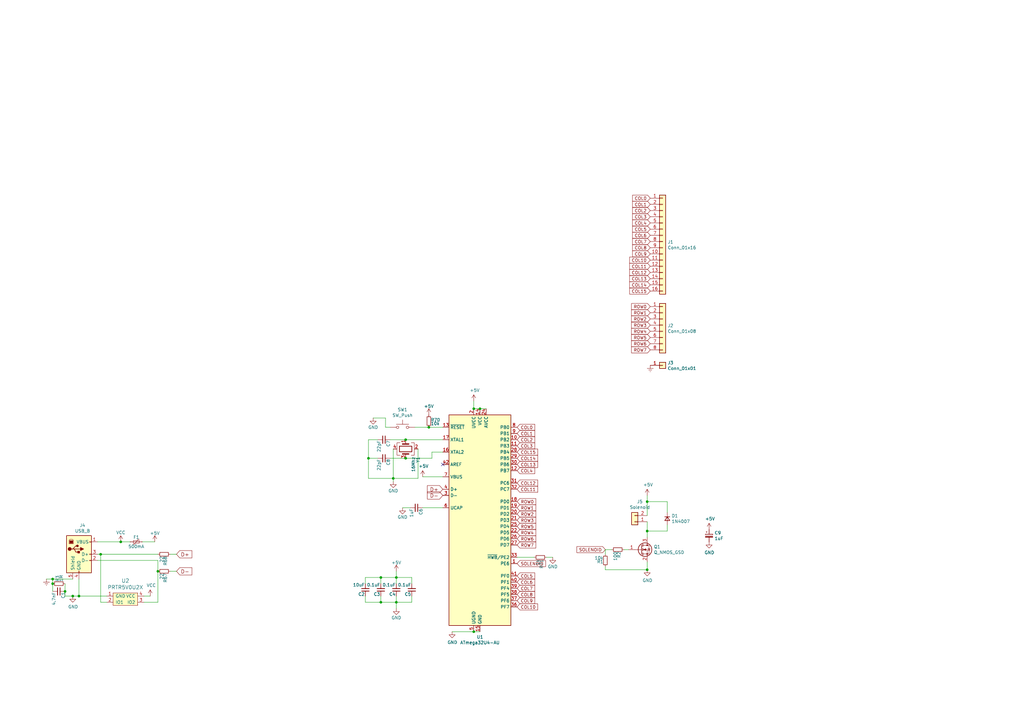
<source format=kicad_sch>
(kicad_sch (version 20230121) (generator eeschema)
  (paper "A3")
  (lib_symbols
    (symbol "Connector_Generic:Conn_01x01" (pin_names (offset 1.016) hide)
      (property "Reference" "J" (at 0 2.54 0))
      (property "Value" "Conn_01x01" (at 0 -2.54 0))
      (symbol "Conn_01x01_1_1"
        (rectangle (start -1.27 0.127) (end 0 -0.127) (stroke (width 0.1524)))
        (rectangle (start -1.27 1.27) (end 1.27 -1.27) (stroke (width 0.254)) (fill (type background)))
        (pin passive line (at -5.08 0 0) (length 3.81) (name "Pin_1") (number "1"))
      )
    )
    (symbol "Connector_Generic:Conn_01x02" (pin_names (offset 1.016) hide)
      (property "Reference" "J" (at 0 2.54 0))
      (property "Value" "Conn_01x02" (at 0 -5.08 0))
      (symbol "Conn_01x02_1_1"
        (rectangle (start -1.27 -2.413) (end 0 -2.667) (stroke (width 0.1524)))
        (rectangle (start -1.27 0.127) (end 0 -0.127) (stroke (width 0.1524)))
        (rectangle (start -1.27 1.27) (end 1.27 -3.81) (stroke (width 0.254)) (fill (type background)))
        (pin passive line (at -5.08 0 0) (length 3.81) (name "Pin_1") (number "1"))
        (pin passive line (at -5.08 -2.54 0) (length 3.81) (name "Pin_2") (number "2"))
      )
    )
    (symbol "Connector_Generic:Conn_01x08" (pin_names (offset 1.016) hide)
      (property "Reference" "J" (at 0 10.16 0))
      (property "Value" "Conn_01x08" (at 0 -12.7 0))
      (symbol "Conn_01x08_1_1"
        (rectangle (start -1.27 -10.033) (end 0 -10.287) (stroke (width 0.1524)))
        (rectangle (start -1.27 -7.493) (end 0 -7.747) (stroke (width 0.1524)))
        (rectangle (start -1.27 -4.953) (end 0 -5.207) (stroke (width 0.1524)))
        (rectangle (start -1.27 -2.413) (end 0 -2.667) (stroke (width 0.1524)))
        (rectangle (start -1.27 0.127) (end 0 -0.127) (stroke (width 0.1524)))
        (rectangle (start -1.27 2.667) (end 0 2.413) (stroke (width 0.1524)))
        (rectangle (start -1.27 5.207) (end 0 4.953) (stroke (width 0.1524)))
        (rectangle (start -1.27 7.747) (end 0 7.493) (stroke (width 0.1524)))
        (rectangle (start -1.27 8.89) (end 1.27 -11.43) (stroke (width 0.254)) (fill (type background)))
        (pin passive line (at -5.08 7.62 0) (length 3.81) (name "Pin_1") (number "1"))
        (pin passive line (at -5.08 5.08 0) (length 3.81) (name "Pin_2") (number "2"))
        (pin passive line (at -5.08 2.54 0) (length 3.81) (name "Pin_3") (number "3"))
        (pin passive line (at -5.08 0 0) (length 3.81) (name "Pin_4") (number "4"))
        (pin passive line (at -5.08 -2.54 0) (length 3.81) (name "Pin_5") (number "5"))
        (pin passive line (at -5.08 -5.08 0) (length 3.81) (name "Pin_6") (number "6"))
        (pin passive line (at -5.08 -7.62 0) (length 3.81) (name "Pin_7") (number "7"))
        (pin passive line (at -5.08 -10.16 0) (length 3.81) (name "Pin_8") (number "8"))
      )
    )
    (symbol "Connector_Generic:Conn_01x16" (pin_names (offset 1.016) hide)
      (property "Reference" "J" (at 0 20.32 0))
      (property "Value" "Conn_01x16" (at 0 -22.86 0))
      (symbol "Conn_01x16_1_1"
        (rectangle (start -1.27 -20.193) (end 0 -20.447) (stroke (width 0.1524)))
        (rectangle (start -1.27 -17.653) (end 0 -17.907) (stroke (width 0.1524)))
        (rectangle (start -1.27 -15.113) (end 0 -15.367) (stroke (width 0.1524)))
        (rectangle (start -1.27 -12.573) (end 0 -12.827) (stroke (width 0.1524)))
        (rectangle (start -1.27 -10.033) (end 0 -10.287) (stroke (width 0.1524)))
        (rectangle (start -1.27 -7.493) (end 0 -7.747) (stroke (width 0.1524)))
        (rectangle (start -1.27 -4.953) (end 0 -5.207) (stroke (width 0.1524)))
        (rectangle (start -1.27 -2.413) (end 0 -2.667) (stroke (width 0.1524)))
        (rectangle (start -1.27 0.127) (end 0 -0.127) (stroke (width 0.1524)))
        (rectangle (start -1.27 2.667) (end 0 2.413) (stroke (width 0.1524)))
        (rectangle (start -1.27 5.207) (end 0 4.953) (stroke (width 0.1524)))
        (rectangle (start -1.27 7.747) (end 0 7.493) (stroke (width 0.1524)))
        (rectangle (start -1.27 10.287) (end 0 10.033) (stroke (width 0.1524)))
        (rectangle (start -1.27 12.827) (end 0 12.573) (stroke (width 0.1524)))
        (rectangle (start -1.27 15.367) (end 0 15.113) (stroke (width 0.1524)))
        (rectangle (start -1.27 17.907) (end 0 17.653) (stroke (width 0.1524)))
        (rectangle (start -1.27 19.05) (end 1.27 -21.59) (stroke (width 0.254)) (fill (type background)))
        (pin passive line (at -5.08 17.78 0) (length 3.81) (name "Pin_1") (number "1"))
        (pin passive line (at -5.08 -5.08 0) (length 3.81) (name "Pin_10") (number "10"))
        (pin passive line (at -5.08 -7.62 0) (length 3.81) (name "Pin_11") (number "11"))
        (pin passive line (at -5.08 -10.16 0) (length 3.81) (name "Pin_12") (number "12"))
        (pin passive line (at -5.08 -12.7 0) (length 3.81) (name "Pin_13") (number "13"))
        (pin passive line (at -5.08 -15.24 0) (length 3.81) (name "Pin_14") (number "14"))
        (pin passive line (at -5.08 -17.78 0) (length 3.81) (name "Pin_15") (number "15"))
        (pin passive line (at -5.08 -20.32 0) (length 3.81) (name "Pin_16") (number "16"))
        (pin passive line (at -5.08 15.24 0) (length 3.81) (name "Pin_2") (number "2"))
        (pin passive line (at -5.08 12.7 0) (length 3.81) (name "Pin_3") (number "3"))
        (pin passive line (at -5.08 10.16 0) (length 3.81) (name "Pin_4") (number "4"))
        (pin passive line (at -5.08 7.62 0) (length 3.81) (name "Pin_5") (number "5"))
        (pin passive line (at -5.08 5.08 0) (length 3.81) (name "Pin_6") (number "6"))
        (pin passive line (at -5.08 2.54 0) (length 3.81) (name "Pin_7") (number "7"))
        (pin passive line (at -5.08 0 0) (length 3.81) (name "Pin_8") (number "8"))
        (pin passive line (at -5.08 -2.54 0) (length 3.81) (name "Pin_9") (number "9"))
      )
    )
    (symbol "Device:C_Small" (pin_numbers hide) (pin_names (offset 0.254) hide)
      (property "Reference" "C" (at 0.254 1.778 0))
      (property "Value" "C_Small" (at 0.254 -2.032 0))
      (symbol "C_Small_0_1"
        (polyline (pts (xy -1.524 -0.508) (xy 1.524 -0.508)) (stroke (width 0.3302)))
        (polyline (pts (xy -1.524 0.508) (xy 1.524 0.508)) (stroke (width 0.3048)))
      )
      (symbol "C_Small_1_1"
        (pin passive line (at 0 2.54 270) (length 2.032) (name "~") (number "1"))
        (pin passive line (at 0 -2.54 90) (length 2.032) (name "~") (number "2"))
      )
    )
    (symbol "Device:Crystal_GND24" (pin_names (offset 1.016) hide)
      (property "Reference" "Y" (at 3.175 5.08 0))
      (property "Value" "Crystal_GND24" (at 3.175 3.175 0))
      (symbol "Crystal_GND24_0_1"
        (rectangle (start -1.143 2.54) (end 1.143 -2.54) (stroke (width 0.3048)))
        (polyline (pts (xy -2.54 0) (xy -2.032 0)))
        (polyline (pts (xy -2.032 -1.27) (xy -2.032 1.27)) (stroke (width 0.508)))
        (polyline (pts (xy 0 -3.81) (xy 0 -3.556)))
        (polyline (pts (xy 0 3.556) (xy 0 3.81)))
        (polyline (pts (xy 2.032 -1.27) (xy 2.032 1.27)) (stroke (width 0.508)))
        (polyline (pts (xy 2.032 0) (xy 2.54 0)))
        (polyline (pts (xy -2.54 -2.286) (xy -2.54 -3.556) (xy 2.54 -3.556) (xy 2.54 -2.286)))
        (polyline (pts (xy -2.54 2.286) (xy -2.54 3.556) (xy 2.54 3.556) (xy 2.54 2.286)))
      )
      (symbol "Crystal_GND24_1_1"
        (pin passive line (at -3.81 0 0) (length 1.27) (name "1") (number "1"))
        (pin passive line (at 0 5.08 270) (length 1.27) (name "2") (number "2"))
        (pin passive line (at 3.81 0 180) (length 1.27) (name "3") (number "3"))
        (pin passive line (at 0 -5.08 90) (length 1.27) (name "4") (number "4"))
      )
    )
    (symbol "Device:D_Small" (pin_numbers hide) (pin_names (offset 0.254) hide)
      (property "Reference" "D" (at -1.27 2.032 0))
      (property "Value" "D_Small" (at -3.81 -2.032 0))
      (symbol "D_Small_0_1"
        (polyline (pts (xy -0.762 -1.016) (xy -0.762 1.016)) (stroke (width 0.254)))
        (polyline (pts (xy -0.762 0) (xy 0.762 0)))
        (polyline (pts (xy 0.762 -1.016) (xy -0.762 0) (xy 0.762 1.016) (xy 0.762 -1.016)) (stroke (width 0.254)))
      )
      (symbol "D_Small_1_1"
        (pin passive line (at -2.54 0 0) (length 1.778) (name "K") (number "1"))
        (pin passive line (at 2.54 0 180) (length 1.778) (name "A") (number "2"))
      )
    )
    (symbol "Device:Polyfuse_Small" (pin_numbers hide) (pin_names (offset 0))
      (property "Reference" "F" (at -1.905 0 90))
      (property "Value" "Polyfuse_Small" (at 1.905 0 90))
      (symbol "Polyfuse_Small_0_1"
        (rectangle (start -0.508 1.27) (end 0.508 -1.27))
        (polyline (pts (xy 0 2.54) (xy 0 -2.54)))
        (polyline (pts (xy -1.016 1.27) (xy -1.016 0.762) (xy 1.016 -0.762) (xy 1.016 -1.27)))
      )
      (symbol "Polyfuse_Small_1_1"
        (pin passive line (at 0 2.54 270) (length 0.635) (name "~") (number "1"))
        (pin passive line (at 0 -2.54 90) (length 0.635) (name "~") (number "2"))
      )
    )
    (symbol "Device:Q_NMOS_GSD" (pin_names (offset 0) hide)
      (property "Reference" "Q" (at 5.08 1.27 0))
      (property "Value" "Q_NMOS_GSD" (at 5.08 -1.27 0))
      (symbol "Q_NMOS_GSD_0_1"
        (polyline (pts (xy 0.254 0) (xy -2.54 0)))
        (polyline (pts (xy 0.254 1.905) (xy 0.254 -1.905)) (stroke (width 0.254)))
        (polyline (pts (xy 0.762 -1.27) (xy 0.762 -2.286)) (stroke (width 0.254)))
        (polyline (pts (xy 0.762 0.508) (xy 0.762 -0.508)) (stroke (width 0.254)))
        (polyline (pts (xy 0.762 2.286) (xy 0.762 1.27)) (stroke (width 0.254)))
        (polyline (pts (xy 2.54 2.54) (xy 2.54 1.778)))
        (polyline (pts (xy 2.54 -2.54) (xy 2.54 0) (xy 0.762 0)))
        (polyline (pts (xy 0.762 -1.778) (xy 3.302 -1.778) (xy 3.302 1.778) (xy 0.762 1.778)))
        (polyline (pts (xy 1.016 0) (xy 2.032 0.381) (xy 2.032 -0.381) (xy 1.016 0)) (fill (type outline)))
        (polyline (pts (xy 2.794 0.508) (xy 2.921 0.381) (xy 3.683 0.381) (xy 3.81 0.254)))
        (polyline (pts (xy 3.302 0.381) (xy 2.921 -0.254) (xy 3.683 -0.254) (xy 3.302 0.381)))
        (circle (center 1.651 0) (radius 2.794) (stroke (width 0.254)))
        (circle (center 2.54 -1.778) (radius 0.254) (fill (type outline)))
        (circle (center 2.54 1.778) (radius 0.254) (fill (type outline)))
      )
      (symbol "Q_NMOS_GSD_1_1"
        (pin input line (at -5.08 0 0) (length 2.54) (name "G") (number "1"))
        (pin passive line (at 2.54 -5.08 90) (length 2.54) (name "S") (number "2"))
        (pin passive line (at 2.54 5.08 270) (length 2.54) (name "D") (number "3"))
      )
    )
    (symbol "Device:R_Small" (pin_numbers hide) (pin_names (offset 0.254) hide)
      (property "Reference" "R" (at 0.762 0.508 0))
      (property "Value" "R_Small" (at 0.762 -1.016 0))
      (symbol "R_Small_0_1"
        (rectangle (start -0.762 1.778) (end 0.762 -1.778) (stroke (width 0.2032)))
      )
      (symbol "R_Small_1_1"
        (pin passive line (at 0 2.54 270) (length 0.762) (name "~") (number "1"))
        (pin passive line (at 0 -2.54 90) (length 0.762) (name "~") (number "2"))
      )
    )
    (symbol "Switch:SW_Push" (pin_numbers hide) (pin_names (offset 1.016) hide)
      (property "Reference" "SW" (at 1.27 2.54 0))
      (property "Value" "SW_Push" (at 0 -1.524 0))
      (symbol "SW_Push_0_1"
        (circle (center -2.032 0) (radius 0.508))
        (polyline (pts (xy 0 1.27) (xy 0 3.048)))
        (polyline (pts (xy 2.54 1.27) (xy -2.54 1.27)))
        (circle (center 2.032 0) (radius 0.508))
        (pin passive line (at -5.08 0 0) (length 2.54) (name "1") (number "1"))
        (pin passive line (at 5.08 0 180) (length 2.54) (name "2") (number "2"))
      )
    )
    (symbol "ai03-locallib:PRTR5V0U2X" (pin_names (offset 1.016))
      (property "Reference" "U" (at 0 3.81 0))
      (property "Value" "PRTR5V0U2X" (at 0 -3.81 0))
      (symbol "PRTR5V0U2X_0_1"
        (rectangle (start -5.08 2.54) (end 5.08 -2.54) (fill (type background)))
      )
      (symbol "PRTR5V0U2X_1_1"
        (pin input line (at -7.62 1.27 0) (length 2.54) (name "GND") (number "1"))
        (pin input line (at -7.62 -1.27 0) (length 2.54) (name "IO1") (number "2"))
        (pin input line (at 7.62 -1.27 180) (length 2.54) (name "IO2") (number "3"))
        (pin input line (at 7.62 1.27 180) (length 2.54) (name "VCC") (number "4"))
      )
    )
    (symbol "power:+5V" (power) (pin_names (offset 0))
      (property "Value" "+5V" (at 0 3.556 0))
      (symbol "+5V_0_1"
        (polyline (pts (xy -0.762 1.27) (xy 0 2.54)))
        (polyline (pts (xy 0 0) (xy 0 2.54)))
        (polyline (pts (xy 0 2.54) (xy 0.762 1.27)))
      )
      (symbol "+5V_1_1"
        (pin power_in line (at 0 0 90) (length 0) hide (name "+5V") (number "1"))
      )
    )
    (symbol "power:Earth" (power) (pin_names (offset 0))
      (symbol "Earth_0_1"
        (polyline (pts (xy -0.635 -1.905) (xy 0.635 -1.905)))
        (polyline (pts (xy -0.127 -2.54) (xy 0.127 -2.54)))
        (polyline (pts (xy 0 -1.27) (xy 0 0)))
        (polyline (pts (xy 1.27 -1.27) (xy -1.27 -1.27)))
      )
      (symbol "Earth_1_1"
        (pin power_in line (at 0 0 270) (length 0) hide (name "Earth") (number "1"))
      )
    )
    (symbol "power:GND" (power) (pin_names (offset 0))
      (property "Value" "GND" (at 0 -3.81 0))
      (symbol "GND_0_1"
        (polyline (pts (xy 0 0) (xy 0 -1.27) (xy 1.27 -1.27) (xy 0 -2.54) (xy -1.27 -1.27) (xy 0 -1.27)))
      )
      (symbol "GND_1_1"
        (pin power_in line (at 0 0 270) (length 0) hide (name "GND") (number "1"))
      )
    )
    (symbol "power:VCC" (power) (pin_names (offset 0))
      (property "Value" "VCC" (at 0 3.81 0))
      (symbol "VCC_0_1"
        (polyline (pts (xy -0.762 1.27) (xy 0 2.54)))
        (polyline (pts (xy 0 0) (xy 0 2.54)))
        (polyline (pts (xy 0 2.54) (xy 0.762 1.27)))
      )
      (symbol "VCC_1_1"
        (pin power_in line (at 0 0 90) (length 0) hide (name "VCC") (number "1"))
      )
    )
    (symbol "ssk-controller-rescue:ATmega32U4-AU-MCU_Microchip_ATmega"
      (property "Reference" "U" (at -12.7 44.45 0))
      (property "Value" "MCU_Microchip_ATmega_ATmega32U4-AU" (at 2.54 -44.45 0))
      (symbol "ATmega32U4-AU-MCU_Microchip_ATmega_0_1"
        (rectangle (start -12.7 -43.18) (end 12.7 43.18) (stroke (width 0.254)) (fill (type background)))
      )
      (symbol "ATmega32U4-AU-MCU_Microchip_ATmega_1_1"
        (pin tri_state line (at 15.24 -17.78 180) (length 2.54) (name "PE6") (number "1"))
        (pin tri_state line (at 15.24 33.02 180) (length 2.54) (name "PB2") (number "10"))
        (pin tri_state line (at 15.24 30.48 180) (length 2.54) (name "PB3") (number "11"))
        (pin tri_state line (at 15.24 20.32 180) (length 2.54) (name "PB7") (number "12"))
        (pin input line (at -15.24 38.1 0) (length 2.54) (name "~{RESET}") (number "13"))
        (pin power_in line (at 0 45.72 270) (length 2.54) (name "VCC") (number "14"))
        (pin power_in line (at 0 -45.72 90) (length 2.54) (name "GND") (number "15"))
        (pin output line (at -15.24 27.94 0) (length 2.54) (name "XTAL2") (number "16"))
        (pin input line (at -15.24 33.02 0) (length 2.54) (name "XTAL1") (number "17"))
        (pin tri_state line (at 15.24 7.62 180) (length 2.54) (name "PD0") (number "18"))
        (pin tri_state line (at 15.24 5.08 180) (length 2.54) (name "PD1") (number "19"))
        (pin power_in line (at -2.54 45.72 270) (length 2.54) (name "UVCC") (number "2"))
        (pin tri_state line (at 15.24 2.54 180) (length 2.54) (name "PD2") (number "20"))
        (pin tri_state line (at 15.24 0 180) (length 2.54) (name "PD3") (number "21"))
        (pin tri_state line (at 15.24 -5.08 180) (length 2.54) (name "PD5") (number "22"))
        (pin passive line (at 0 -45.72 90) (length 2.54) hide (name "GND") (number "23"))
        (pin power_in line (at 2.54 45.72 270) (length 2.54) (name "AVCC") (number "24"))
        (pin tri_state line (at 15.24 -2.54 180) (length 2.54) (name "PD4") (number "25"))
        (pin tri_state line (at 15.24 -7.62 180) (length 2.54) (name "PD6") (number "26"))
        (pin tri_state line (at 15.24 -10.16 180) (length 2.54) (name "PD7") (number "27"))
        (pin tri_state line (at 15.24 27.94 180) (length 2.54) (name "PB4") (number "28"))
        (pin tri_state line (at 15.24 25.4 180) (length 2.54) (name "PB5") (number "29"))
        (pin bidirectional line (at -15.24 10.16 0) (length 2.54) (name "D-") (number "3"))
        (pin tri_state line (at 15.24 22.86 180) (length 2.54) (name "PB6") (number "30"))
        (pin tri_state line (at 15.24 15.24 180) (length 2.54) (name "PC6") (number "31"))
        (pin tri_state line (at 15.24 12.7 180) (length 2.54) (name "PC7") (number "32"))
        (pin tri_state line (at 15.24 -15.24 180) (length 2.54) (name "~{HWB}/PE2") (number "33"))
        (pin passive line (at 0 45.72 270) (length 2.54) hide (name "VCC") (number "34"))
        (pin passive line (at 0 -45.72 90) (length 2.54) hide (name "GND") (number "35"))
        (pin tri_state line (at 15.24 -35.56 180) (length 2.54) (name "PF7") (number "36"))
        (pin tri_state line (at 15.24 -33.02 180) (length 2.54) (name "PF6") (number "37"))
        (pin tri_state line (at 15.24 -30.48 180) (length 2.54) (name "PF5") (number "38"))
        (pin tri_state line (at 15.24 -27.94 180) (length 2.54) (name "PF4") (number "39"))
        (pin bidirectional line (at -15.24 12.7 0) (length 2.54) (name "D+") (number "4"))
        (pin tri_state line (at 15.24 -25.4 180) (length 2.54) (name "PF1") (number "40"))
        (pin tri_state line (at 15.24 -22.86 180) (length 2.54) (name "PF0") (number "41"))
        (pin passive line (at -15.24 22.86 0) (length 2.54) (name "AREF") (number "42"))
        (pin passive line (at 0 -45.72 90) (length 2.54) hide (name "GND") (number "43"))
        (pin passive line (at 2.54 45.72 270) (length 2.54) hide (name "AVCC") (number "44"))
        (pin passive line (at -2.54 -45.72 90) (length 2.54) (name "UGND") (number "5"))
        (pin passive line (at -15.24 5.08 0) (length 2.54) (name "UCAP") (number "6"))
        (pin input line (at -15.24 17.78 0) (length 2.54) (name "VBUS") (number "7"))
        (pin tri_state line (at 15.24 38.1 180) (length 2.54) (name "PB0") (number "8"))
        (pin tri_state line (at 15.24 35.56 180) (length 2.54) (name "PB1") (number "9"))
      )
    )
    (symbol "ssk-controller-rescue:CP_Small-Device" (pin_numbers hide) (pin_names (offset 0.254) hide)
      (property "Reference" "C" (at 0.254 1.778 0))
      (property "Value" "Device_CP_Small" (at 0.254 -2.032 0))
      (symbol "CP_Small-Device_0_1"
        (rectangle (start -1.524 -0.3048) (end 1.524 -0.6858) (fill (type outline)))
        (rectangle (start -1.524 0.6858) (end 1.524 0.3048))
        (polyline (pts (xy -1.27 1.524) (xy -0.762 1.524)))
        (polyline (pts (xy -1.016 1.27) (xy -1.016 1.778)))
      )
      (symbol "CP_Small-Device_1_1"
        (pin passive line (at 0 2.54 270) (length 1.8542) (name "~") (number "1"))
        (pin passive line (at 0 -2.54 90) (length 1.8542) (name "~") (number "2"))
      )
    )
    (symbol "ssk-controller-rescue:USB_B-Connector" (pin_names (offset 1.016))
      (property "Reference" "J" (at -5.08 11.43 0))
      (property "Value" "Connector_USB_B" (at -5.08 8.89 0))
      (symbol "USB_B-Connector_0_1"
        (rectangle (start -5.08 -7.62) (end 5.08 7.62) (stroke (width 0.254)) (fill (type background)))
        (circle (center -3.81 2.159) (radius 0.635) (stroke (width 0.254)) (fill (type outline)))
        (rectangle (start -3.81 5.588) (end -2.54 4.572) (fill (type outline)))
        (circle (center -0.635 3.429) (radius 0.381) (stroke (width 0.254)) (fill (type outline)))
        (rectangle (start -0.127 -7.62) (end 0.127 -6.858))
        (polyline (pts (xy -1.905 2.159) (xy 0.635 2.159)) (stroke (width 0.254)))
        (polyline (pts (xy -3.175 2.159) (xy -2.54 2.159) (xy -1.27 3.429) (xy -0.635 3.429)) (stroke (width 0.254)))
        (polyline (pts (xy -2.54 2.159) (xy -1.905 2.159) (xy -1.27 0.889) (xy 0 0.889)) (stroke (width 0.254)))
        (polyline (pts (xy 0.635 2.794) (xy 0.635 1.524) (xy 1.905 2.159) (xy 0.635 2.794)) (stroke (width 0.254)) (fill (type outline)))
        (polyline (pts (xy -4.064 4.318) (xy -2.286 4.318) (xy -2.286 5.715) (xy -2.667 6.096) (xy -3.683 6.096) (xy -4.064 5.715) (xy -4.064 4.318)))
        (rectangle (start 0.254 1.27) (end -0.508 0.508) (stroke (width 0.254)) (fill (type outline)))
        (rectangle (start 5.08 -2.667) (end 4.318 -2.413))
        (rectangle (start 5.08 -0.127) (end 4.318 0.127))
        (rectangle (start 5.08 4.953) (end 4.318 5.207))
      )
      (symbol "USB_B-Connector_1_1"
        (pin power_out line (at 7.62 5.08 180) (length 2.54) (name "VBUS") (number "1"))
        (pin passive line (at 7.62 -2.54 180) (length 2.54) (name "D-") (number "2"))
        (pin passive line (at 7.62 0 180) (length 2.54) (name "D+") (number "3"))
        (pin power_out line (at 0 -10.16 90) (length 2.54) (name "GND") (number "4"))
        (pin passive line (at -2.54 -10.16 90) (length 2.54) (name "Shield") (number "5"))
      )
    )
  )
  (junction (at 29.845 244.475))
  (junction (at 26.67 242.57))
  (junction (at 156.21 236.855))
  (junction (at 64.77 234.315))
  (junction (at 166.37 187.96))
  (junction (at 161.29 196.215))
  (junction (at 41.275 227.33))
  (junction (at 49.53 222.25))
  (junction (at 162.56 247.015))
  (junction (at 175.895 175.26))
  (junction (at 151.13 187.96))
  (junction (at 156.21 247.015))
  (junction (at 194.31 259.08))
  (junction (at 265.43 217.805))
  (junction (at 162.56 236.855))
  (junction (at 166.37 180.34))
  (junction (at 196.85 167.64))
  (junction (at 194.31 167.64))
  (junction (at 21.59 239.395))
  (junction (at 265.43 205.74))
  (junction (at 32.385 244.475))
  (junction (at 21.59 237.49))
  (junction (at 265.43 233.68))
  (no_connect (at 181.61 190.5))
  (wire (pts (xy 255.905 225.425) (xy 257.81 225.425)))
  (wire (pts (xy 43.815 244.475) (xy 32.385 244.475)))
  (wire (pts (xy 149.86 247.015) (xy 156.21 247.015)))
  (wire (pts (xy 226.695 228.6) (xy 224.155 228.6)))
  (wire (pts (xy 151.13 196.215) (xy 161.29 196.215)))
  (wire (pts (xy 26.67 242.57) (xy 26.67 244.475)))
  (wire (pts (xy 265.43 205.74) (xy 265.43 211.455)))
  (wire (pts (xy 64.77 229.87) (xy 40.005 229.87)))
  (wire (pts (xy 166.37 187.96) (xy 160.02 187.96)))
  (wire (pts (xy 40.005 227.33) (xy 41.275 227.33)))
  (wire (pts (xy 219.075 228.6) (xy 212.09 228.6)))
  (wire (pts (xy 149.86 247.015) (xy 149.86 244.475)))
  (wire (pts (xy 171.45 196.215) (xy 171.45 184.15)))
  (wire (pts (xy 161.29 196.215) (xy 161.29 197.485)))
  (wire (pts (xy 151.13 180.34) (xy 151.13 187.96)))
  (wire (pts (xy 29.845 237.49) (xy 21.59 237.49)))
  (wire (pts (xy 63.5 222.25) (xy 58.42 222.25)))
  (wire (pts (xy 177.165 187.96) (xy 166.37 187.96)))
  (wire (pts (xy 162.56 247.015) (xy 168.91 247.015)))
  (wire (pts (xy 161.29 184.15) (xy 161.29 196.215)))
  (wire (pts (xy 265.43 217.805) (xy 265.43 220.345)))
  (wire (pts (xy 265.43 233.68) (xy 248.285 233.68)))
  (wire (pts (xy 248.285 227.33) (xy 248.285 225.425)))
  (wire (pts (xy 29.845 244.475) (xy 32.385 244.475)))
  (wire (pts (xy 21.59 239.395) (xy 21.59 242.57)))
  (wire (pts (xy 248.285 233.68) (xy 248.285 232.41)))
  (wire (pts (xy 64.77 234.315) (xy 64.77 247.015)))
  (wire (pts (xy 162.56 236.855) (xy 162.56 239.395)))
  (wire (pts (xy 149.86 239.395) (xy 149.86 236.855)))
  (wire (pts (xy 273.685 217.805) (xy 265.43 217.805)))
  (wire (pts (xy 151.13 187.96) (xy 154.94 187.96)))
  (wire (pts (xy 156.21 236.855) (xy 156.21 239.395)))
  (wire (pts (xy 181.61 195.58) (xy 173.355 195.58)))
  (wire (pts (xy 59.055 247.015) (xy 64.77 247.015)))
  (wire (pts (xy 165.1 208.28) (xy 168.275 208.28)))
  (wire (pts (xy 49.53 222.25) (xy 53.34 222.25)))
  (wire (pts (xy 162.56 236.855) (xy 168.91 236.855)))
  (wire (pts (xy 64.77 234.315) (xy 64.77 229.87)))
  (wire (pts (xy 168.91 247.015) (xy 168.91 244.475)))
  (wire (pts (xy 185.42 259.08) (xy 194.31 259.08)))
  (wire (pts (xy 156.21 244.475) (xy 156.21 247.015)))
  (wire (pts (xy 177.165 185.42) (xy 181.61 185.42)))
  (wire (pts (xy 177.165 185.42) (xy 177.165 187.96)))
  (wire (pts (xy 158.115 175.26) (xy 160.02 175.26)))
  (wire (pts (xy 265.43 203.2) (xy 265.43 205.74)))
  (wire (pts (xy 162.56 247.015) (xy 162.56 249.555)))
  (wire (pts (xy 26.67 239.395) (xy 26.67 242.57)))
  (wire (pts (xy 273.685 215.265) (xy 273.685 217.805)))
  (wire (pts (xy 162.56 244.475) (xy 162.56 247.015)))
  (wire (pts (xy 26.67 244.475) (xy 29.845 244.475)))
  (wire (pts (xy 175.895 175.26) (xy 181.61 175.26)))
  (wire (pts (xy 69.85 227.33) (xy 72.39 227.33)))
  (wire (pts (xy 153.035 171.45) (xy 158.115 171.45)))
  (wire (pts (xy 41.275 247.015) (xy 41.275 227.33)))
  (wire (pts (xy 41.275 227.33) (xy 64.77 227.33)))
  (wire (pts (xy 69.85 234.315) (xy 72.39 234.315)))
  (wire (pts (xy 166.37 180.34) (xy 181.61 180.34)))
  (wire (pts (xy 196.85 167.64) (xy 199.39 167.64)))
  (wire (pts (xy 170.18 175.26) (xy 175.895 175.26)))
  (wire (pts (xy 248.285 225.425) (xy 250.825 225.425)))
  (wire (pts (xy 273.685 210.185) (xy 273.685 205.74)))
  (wire (pts (xy 194.31 167.64) (xy 196.85 167.64)))
  (wire (pts (xy 149.86 236.855) (xy 156.21 236.855)))
  (wire (pts (xy 154.94 180.34) (xy 151.13 180.34)))
  (wire (pts (xy 265.43 230.505) (xy 265.43 233.68)))
  (wire (pts (xy 168.91 236.855) (xy 168.91 239.395)))
  (wire (pts (xy 273.685 205.74) (xy 265.43 205.74)))
  (wire (pts (xy 173.355 208.28) (xy 181.61 208.28)))
  (wire (pts (xy 40.005 222.25) (xy 49.53 222.25)))
  (wire (pts (xy 61.595 244.475) (xy 59.055 244.475)))
  (wire (pts (xy 151.13 187.96) (xy 151.13 196.215)))
  (wire (pts (xy 43.815 247.015) (xy 41.275 247.015)))
  (wire (pts (xy 21.59 237.49) (xy 21.59 239.395)))
  (wire (pts (xy 21.59 237.49) (xy 19.05 237.49)))
  (wire (pts (xy 161.29 196.215) (xy 171.45 196.215)))
  (wire (pts (xy 194.31 164.465) (xy 194.31 167.64)))
  (wire (pts (xy 156.21 236.855) (xy 162.56 236.855)))
  (wire (pts (xy 265.43 213.995) (xy 265.43 217.805)))
  (wire (pts (xy 162.56 234.315) (xy 162.56 236.855)))
  (wire (pts (xy 156.21 247.015) (xy 162.56 247.015)))
  (wire (pts (xy 32.385 244.475) (xy 32.385 237.49)))
  (wire (pts (xy 158.115 171.45) (xy 158.115 175.26)))
  (wire (pts (xy 194.31 259.08) (xy 196.85 259.08)))
  (wire (pts (xy 160.02 180.34) (xy 166.37 180.34)))
  (global_label "COL4" (shape input) (at 266.7 91.44 180) (property "Intersheetrefs" "${INTERSHEET_REFS}" (effects hide)))
  (global_label "COL7" (shape input) (at 212.09 241.3 0) (property "Intersheetrefs" "${INTERSHEET_REFS}" (effects hide)))
  (global_label "COL4" (shape input) (at 212.09 193.04 0) (property "Intersheetrefs" "${INTERSHEET_REFS}" (effects hide)))
  (global_label "COL5" (shape input) (at 266.7 93.98 180) (property "Intersheetrefs" "${INTERSHEET_REFS}" (effects hide)))
  (global_label "COL14" (shape input) (at 266.7 116.84 180) (property "Intersheetrefs" "${INTERSHEET_REFS}" (effects hide)))
  (global_label "COL6" (shape input) (at 266.7 96.52 180) (property "Intersheetrefs" "${INTERSHEET_REFS}" (effects hide)))
  (global_label "SOLENOID" (shape input) (at 248.285 225.425 180) (property "Intersheetrefs" "${INTERSHEET_REFS}" (effects hide)))
  (global_label "COL3" (shape input) (at 212.09 182.88 0) (property "Intersheetrefs" "${INTERSHEET_REFS}" (effects hide)))
  (global_label "D+" (shape input) (at 181.61 200.66 180) (effects (font (size 1.524 1.524))) (property "Intersheetrefs" "${INTERSHEET_REFS}" (effects hide)))
  (global_label "COL9" (shape input) (at 266.7 104.14 180) (property "Intersheetrefs" "${INTERSHEET_REFS}" (effects hide)))
  (global_label "COL10" (shape input) (at 266.7 106.68 180) (property "Intersheetrefs" "${INTERSHEET_REFS}" (effects hide)))
  (global_label "COL15" (shape input) (at 212.09 185.42 0) (property "Intersheetrefs" "${INTERSHEET_REFS}" (effects hide)))
  (global_label "COL3" (shape input) (at 266.7 88.9 180) (property "Intersheetrefs" "${INTERSHEET_REFS}" (effects hide)))
  (global_label "ROW2" (shape input) (at 212.09 210.82 0) (property "Intersheetrefs" "${INTERSHEET_REFS}" (effects hide)))
  (global_label "ROW4" (shape input) (at 212.09 218.44 0) (property "Intersheetrefs" "${INTERSHEET_REFS}" (effects hide)))
  (global_label "ROW4" (shape input) (at 266.7 135.89 180) (property "Intersheetrefs" "${INTERSHEET_REFS}" (effects hide)))
  (global_label "ROW3" (shape input) (at 212.09 213.36 0) (property "Intersheetrefs" "${INTERSHEET_REFS}" (effects hide)))
  (global_label "ROW5" (shape input) (at 212.09 215.9 0) (property "Intersheetrefs" "${INTERSHEET_REFS}" (effects hide)))
  (global_label "D-" (shape input) (at 181.61 203.2 180) (effects (font (size 1.524 1.524))) (property "Intersheetrefs" "${INTERSHEET_REFS}" (effects hide)))
  (global_label "COL11" (shape input) (at 212.09 200.66 0) (property "Intersheetrefs" "${INTERSHEET_REFS}" (effects hide)))
  (global_label "D-" (shape input) (at 72.39 234.315 0) (effects (font (size 1.524 1.524))) (property "Intersheetrefs" "${INTERSHEET_REFS}" (effects hide)))
  (global_label "COL8" (shape input) (at 212.09 243.84 0) (property "Intersheetrefs" "${INTERSHEET_REFS}" (effects hide)))
  (global_label "COL2" (shape input) (at 266.7 86.36 180) (property "Intersheetrefs" "${INTERSHEET_REFS}" (effects hide)))
  (global_label "ROW5" (shape input) (at 266.7 138.43 180) (property "Intersheetrefs" "${INTERSHEET_REFS}" (effects hide)))
  (global_label "ROW0" (shape input) (at 266.7 125.73 180) (property "Intersheetrefs" "${INTERSHEET_REFS}" (effects hide)))
  (global_label "ROW7" (shape input) (at 266.7 143.51 180) (property "Intersheetrefs" "${INTERSHEET_REFS}" (effects hide)))
  (global_label "COL10" (shape input) (at 212.09 248.92 0) (property "Intersheetrefs" "${INTERSHEET_REFS}" (effects hide)))
  (global_label "COL1" (shape input) (at 212.09 177.8 0) (property "Intersheetrefs" "${INTERSHEET_REFS}" (effects hide)))
  (global_label "COL13" (shape input) (at 266.7 114.3 180) (property "Intersheetrefs" "${INTERSHEET_REFS}" (effects hide)))
  (global_label "COL6" (shape input) (at 212.09 238.76 0) (property "Intersheetrefs" "${INTERSHEET_REFS}" (effects hide)))
  (global_label "SOLENOID" (shape input) (at 212.09 231.14 0) (property "Intersheetrefs" "${INTERSHEET_REFS}" (effects hide)))
  (global_label "ROW7" (shape input) (at 212.09 223.52 0) (property "Intersheetrefs" "${INTERSHEET_REFS}" (effects hide)))
  (global_label "ROW6" (shape input) (at 212.09 220.98 0) (property "Intersheetrefs" "${INTERSHEET_REFS}" (effects hide)))
  (global_label "COL14" (shape input) (at 212.09 187.96 0) (property "Intersheetrefs" "${INTERSHEET_REFS}" (effects hide)))
  (global_label "COL8" (shape input) (at 266.7 101.6 180) (property "Intersheetrefs" "${INTERSHEET_REFS}" (effects hide)))
  (global_label "COL7" (shape input) (at 266.7 99.06 180) (property "Intersheetrefs" "${INTERSHEET_REFS}" (effects hide)))
  (global_label "COL12" (shape input) (at 212.09 198.12 0) (property "Intersheetrefs" "${INTERSHEET_REFS}" (effects hide)))
  (global_label "COL11" (shape input) (at 266.7 109.22 180) (property "Intersheetrefs" "${INTERSHEET_REFS}" (effects hide)))
  (global_label "D+" (shape input) (at 72.39 227.33 0) (effects (font (size 1.524 1.524))) (property "Intersheetrefs" "${INTERSHEET_REFS}" (effects hide)))
  (global_label "ROW1" (shape input) (at 266.7 128.27 180) (property "Intersheetrefs" "${INTERSHEET_REFS}" (effects hide)))
  (global_label "COL0" (shape input) (at 212.09 175.26 0) (property "Intersheetrefs" "${INTERSHEET_REFS}" (effects hide)))
  (global_label "ROW6" (shape input) (at 266.7 140.97 180) (property "Intersheetrefs" "${INTERSHEET_REFS}" (effects hide)))
  (global_label "COL1" (shape input) (at 266.7 83.82 180) (property "Intersheetrefs" "${INTERSHEET_REFS}" (effects hide)))
  (global_label "COL0" (shape input) (at 266.7 81.28 180) (property "Intersheetrefs" "${INTERSHEET_REFS}" (effects hide)))
  (global_label "ROW3" (shape input) (at 266.7 133.35 180) (property "Intersheetrefs" "${INTERSHEET_REFS}" (effects hide)))
  (global_label "COL9" (shape input) (at 212.09 246.38 0) (property "Intersheetrefs" "${INTERSHEET_REFS}" (effects hide)))
  (global_label "ROW0" (shape input) (at 212.09 205.74 0) (property "Intersheetrefs" "${INTERSHEET_REFS}" (effects hide)))
  (global_label "COL13" (shape input) (at 212.09 190.5 0) (property "Intersheetrefs" "${INTERSHEET_REFS}" (effects hide)))
  (global_label "ROW1" (shape input) (at 212.09 208.28 0) (property "Intersheetrefs" "${INTERSHEET_REFS}" (effects hide)))
  (global_label "ROW2" (shape input) (at 266.7 130.81 180) (property "Intersheetrefs" "${INTERSHEET_REFS}" (effects hide)))
  (global_label "COL12" (shape input) (at 266.7 111.76 180) (property "Intersheetrefs" "${INTERSHEET_REFS}" (effects hide)))
  (global_label "COL15" (shape input) (at 266.7 119.38 180) (property "Intersheetrefs" "${INTERSHEET_REFS}" (effects hide)))
  (global_label "COL2" (shape input) (at 212.09 180.34 0) (property "Intersheetrefs" "${INTERSHEET_REFS}" (effects hide)))
  (global_label "COL5" (shape input) (at 212.09 236.22 0) (property "Intersheetrefs" "${INTERSHEET_REFS}" (effects hide)))
  (symbol (lib_id "Device:C_Small") (at 170.815 208.28 270) (unit 1)
    (property "Reference" "C6" (at 172.593 208.534 0) (effects (justify left)))
    (property "Value" "1uF" (at 168.783 208.534 0) (effects (justify left)))
    (property "Footprint" "Capacitor_SMD:C_0805_2012Metric" (effects hide))
  )
  (symbol (lib_id "power:GND") (at 165.1 208.28 0) (unit 1)
    (property "Reference" "#PWR03" (effects hide))
    (property "Value" "GND" (at 165.1 212.09 0))
  )
  (symbol (lib_id "Device:R_Small") (at 175.895 172.72 0) (unit 1)
    (property "Reference" "R70" (at 176.657 172.212 0) (effects (justify left)))
    (property "Value" "10k" (at 176.657 173.736 0) (effects (justify left)))
    (property "Footprint" "Resistor_SMD:R_0805_2012Metric" (effects hide))
  )
  (symbol (lib_id "power:+5V") (at 175.895 170.18 0) (unit 1)
    (property "Reference" "#PWR05" (effects hide))
    (property "Value" "+5V" (at 175.895 166.624 0))
  )
  (symbol (lib_id "power:GND") (at 153.035 171.45 0) (unit 1)
    (property "Reference" "#PWR06" (effects hide))
    (property "Value" "GND" (at 153.035 175.26 0))
  )
  (symbol (lib_id "Device:Crystal_GND24") (at 166.37 184.15 270) (unit 1)
    (property "Reference" "Y1" (at 171.45 187.325 0) (effects (justify left)))
    (property "Value" "16Mhz" (at 169.545 187.325 0) (effects (justify left)))
    (property "Footprint" "Crystal:Crystal_SMD_3225-4Pin_3.2x2.5mm" (effects hide))
  )
  (symbol (lib_id "Device:C_Small") (at 157.48 180.34 270) (unit 1)
    (property "Reference" "C7" (at 159.258 180.594 0) (effects (justify left)))
    (property "Value" "22pF" (at 155.448 180.594 0) (effects (justify left)))
    (property "Footprint" "Capacitor_SMD:C_0805_2012Metric" (effects hide))
  )
  (symbol (lib_id "Device:C_Small") (at 157.48 187.96 270) (unit 1)
    (property "Reference" "C8" (at 159.258 188.214 0) (effects (justify left)))
    (property "Value" "22pF" (at 155.448 188.214 0) (effects (justify left)))
    (property "Footprint" "Capacitor_SMD:C_0805_2012Metric" (effects hide))
  )
  (symbol (lib_id "power:GND") (at 161.29 197.485 0) (unit 1)
    (property "Reference" "#PWR07" (effects hide))
    (property "Value" "GND" (at 161.29 201.295 0))
  )
  (symbol (lib_id "Device:R_Small") (at 221.615 228.6 270) (unit 1)
    (property "Reference" "R71" (at 222.123 229.362 0) (effects (justify left)))
    (property "Value" "1k" (at 220.599 229.362 0) (effects (justify left)))
    (property "Footprint" "Resistor_SMD:R_0805_2012Metric" (effects hide))
  )
  (symbol (lib_id "power:GND") (at 226.695 228.6 0) (unit 1)
    (property "Reference" "#PWR09" (effects hide))
    (property "Value" "GND" (at 226.695 232.41 0))
  )
  (symbol (lib_id "Device:C_Small") (at 156.21 241.935 180) (unit 1)
    (property "Reference" "C3" (at 155.956 243.713 0) (effects (justify left)))
    (property "Value" "0.1uF" (at 155.956 239.903 0) (effects (justify left)))
    (property "Footprint" "Capacitor_SMD:C_0805_2012Metric" (effects hide))
  )
  (symbol (lib_id "Device:C_Small") (at 162.56 241.935 180) (unit 1)
    (property "Reference" "C4" (at 162.306 243.713 0) (effects (justify left)))
    (property "Value" "0.1uF" (at 162.306 239.903 0) (effects (justify left)))
    (property "Footprint" "Capacitor_SMD:C_0805_2012Metric" (effects hide))
  )
  (symbol (lib_id "Device:C_Small") (at 168.91 241.935 180) (unit 1)
    (property "Reference" "C5" (at 168.656 243.713 0) (effects (justify left)))
    (property "Value" "0.1uF" (at 168.656 239.903 0) (effects (justify left)))
    (property "Footprint" "Capacitor_SMD:C_0805_2012Metric" (effects hide))
  )
  (symbol (lib_id "power:GND") (at 162.56 249.555 0) (unit 1)
    (property "Reference" "#PWR011" (effects hide))
    (property "Value" "GND" (at 162.56 253.365 0))
  )
  (symbol (lib_id "power:+5V") (at 162.56 234.315 0) (unit 1)
    (property "Reference" "#PWR012" (effects hide))
    (property "Value" "+5V" (at 162.56 230.759 0))
  )
  (symbol (lib_id "Device:C_Small") (at 149.86 241.935 180) (unit 1)
    (property "Reference" "C2" (at 149.606 243.713 0) (effects (justify left)))
    (property "Value" "10uF" (at 149.606 239.903 0) (effects (justify left)))
    (property "Footprint" "Capacitor_SMD:C_0805_2012Metric" (effects hide))
  )
  (symbol (lib_id "Device:Polyfuse_Small") (at 55.88 222.25 270) (unit 1)
    (property "Reference" "F1" (at 55.88 220.345 90))
    (property "Value" "500mA" (at 55.88 224.155 90))
    (property "Footprint" "Fuse:Fuse_1206_3216Metric" (effects hide))
  )
  (symbol (lib_id "power:+5V") (at 63.5 222.25 0) (unit 1)
    (property "Reference" "#PWR013" (effects hide))
    (property "Value" "+5V" (at 63.5 218.694 0))
  )
  (symbol (lib_id "power:VCC") (at 49.53 222.25 0) (unit 1)
    (property "Reference" "#PWR014" (effects hide))
    (property "Value" "VCC" (at 49.53 218.44 0))
  )
  (symbol (lib_id "Device:R_Small") (at 67.31 234.315 270) (unit 1)
    (property "Reference" "R67" (at 67.818 235.077 0) (effects (justify left)))
    (property "Value" "22" (at 66.294 235.077 0) (effects (justify left)))
    (property "Footprint" "Resistor_SMD:R_0805_2012Metric" (effects hide))
  )
  (symbol (lib_id "Device:R_Small") (at 67.31 227.33 270) (unit 1)
    (property "Reference" "R68" (at 67.818 228.092 0) (effects (justify left)))
    (property "Value" "22" (at 66.294 228.092 0) (effects (justify left)))
    (property "Footprint" "Resistor_SMD:R_0805_2012Metric" (effects hide))
  )
  (symbol (lib_id "ai03-locallib:PRTR5V0U2X") (at 51.435 245.745 0) (unit 1)
    (property "Reference" "U2" (at 51.435 238.2012 0) (effects (font (size 1.524 1.524))))
    (property "Value" "PRTR5V0U2X" (at 51.435 240.8936 0) (effects (font (size 1.524 1.524))))
    (property "Footprint" "locallib:SOT143B" (effects hide))
  )
  (symbol (lib_id "ssk-controller-rescue:ATmega32U4-AU-MCU_Microchip_ATmega") (at 196.85 213.36 0) (unit 1)
    (property "Reference" "U1" (at 196.85 261.2644 0))
    (property "Value" "ATmega32U4-AU" (at 196.85 263.5758 0))
    (property "Footprint" "Package_QFP:TQFP-44_10x10mm_P0.8mm" (effects hide))
    (property "Datasheet" "http://ww1.microchip.com/downloads/en/DeviceDoc/Atmel-7766-8-bit-AVR-ATmega16U4-32U4_Datasheet.pdf" (effects hide))
  )
  (symbol (lib_id "Switch:SW_Push") (at 165.1 175.26 0) (unit 1)
    (property "Reference" "SW1" (at 165.1 168.021 0))
    (property "Value" "SW_Push" (at 165.1 170.3324 0))
    (property "Footprint" "random-keyboard-parts:SKQG-1155865" (effects hide))
  )
  (symbol (lib_id "Connector_Generic:Conn_01x16") (at 271.78 99.06 0) (unit 1)
    (property "Reference" "J1" (at 273.812 99.2632 0) (effects (justify left)))
    (property "Value" "Conn_01x16" (at 273.812 101.5746 0) (effects (justify left)))
    (property "Footprint" "Connector_PinHeader_2.54mm:PinHeader_1x16_P2.54mm_Vertical" (effects hide))
  )
  (symbol (lib_id "Connector_Generic:Conn_01x08") (at 271.78 133.35 0) (unit 1)
    (property "Reference" "J2" (at 273.812 133.5532 0) (effects (justify left)))
    (property "Value" "Conn_01x08" (at 273.812 135.8646 0) (effects (justify left)))
    (property "Footprint" "Connector_PinHeader_2.54mm:PinHeader_1x08_P2.54mm_Vertical" (effects hide))
  )
  (symbol (lib_id "Connector_Generic:Conn_01x01") (at 271.78 149.86 0) (unit 1)
    (property "Reference" "J3" (at 273.812 148.7932 0) (effects (justify left)))
    (property "Value" "Conn_01x01" (at 273.812 151.1046 0) (effects (justify left)))
    (property "Footprint" "Connector_PinHeader_2.54mm:PinHeader_1x01_P2.54mm_Vertical" (effects hide))
  )
  (symbol (lib_id "power:VCC") (at 61.595 244.475 0) (unit 1)
    (property "Reference" "#PWR0101" (effects hide))
    (property "Value" "VCC" (at 62.0268 240.0808 0))
  )
  (symbol (lib_id "ssk-controller-rescue:USB_B-Connector") (at 32.385 227.33 0) (unit 1)
    (property "Reference" "J4" (at 33.8328 215.4682 0))
    (property "Value" "USB_B" (at 33.8328 217.7796 0))
    (property "Footprint" "locallib:TE-292304-2" (effects hide))
    (property "Datasheet" " ~" (effects hide))
  )
  (symbol (lib_id "power:GND") (at 29.845 244.475 0) (unit 1)
    (property "Reference" "#PWR0106" (effects hide))
    (property "Value" "GND" (at 29.972 248.8692 0))
  )
  (symbol (lib_id "power:+5V") (at 194.31 164.465 0) (unit 1)
    (property "Reference" "#PWR0102" (effects hide))
    (property "Value" "+5V" (at 194.691 160.0708 0))
  )
  (symbol (lib_id "power:+5V") (at 173.355 195.58 0) (unit 1)
    (property "Reference" "#PWR0103" (effects hide))
    (property "Value" "+5V" (at 173.736 191.1858 0))
  )
  (symbol (lib_id "power:GND") (at 185.42 259.08 0) (unit 1)
    (property "Reference" "#PWR0104" (effects hide))
    (property "Value" "GND" (at 185.547 263.4742 0))
  )
  (symbol (lib_id "Device:D_Small") (at 273.685 212.725 270) (unit 1)
    (property "Reference" "D1" (at 275.4122 211.5566 90) (effects (justify left)))
    (property "Value" "1N4007" (at 275.4122 213.868 90) (effects (justify left)))
    (property "Footprint" "Diode_SMD:D_SOD-123" (effects hide))
  )
  (symbol (lib_id "Connector_Generic:Conn_01x02") (at 260.35 213.995 180) (unit 1)
    (property "Reference" "J5" (at 262.4328 205.74 0))
    (property "Value" "Solenoid" (at 262.4328 208.0514 0))
    (property "Footprint" "Connector_PinHeader_2.54mm:PinHeader_1x02_P2.54mm_Vertical" (effects hide))
  )
  (symbol (lib_id "power:+5V") (at 265.43 203.2 0) (unit 1)
    (property "Reference" "#PWR0107" (effects hide))
    (property "Value" "+5V" (at 265.811 198.8058 0))
  )
  (symbol (lib_id "Device:R_Small") (at 253.365 225.425 270) (unit 1)
    (property "Reference" "R2" (at 253.873 226.187 0) (effects (justify left)))
    (property "Value" "100" (at 252.349 226.187 0) (effects (justify left)))
    (property "Footprint" "Resistor_SMD:R_0805_2012Metric" (effects hide))
  )
  (symbol (lib_id "Device:R_Small") (at 248.285 229.87 180) (unit 1)
    (property "Reference" "R1" (at 247.523 230.378 0) (effects (justify left)))
    (property "Value" "10k" (at 247.523 228.854 0) (effects (justify left)))
    (property "Footprint" "Resistor_SMD:R_0805_2012Metric" (effects hide))
  )
  (symbol (lib_id "power:GND") (at 265.43 233.68 0) (unit 1)
    (property "Reference" "#PWR0108" (effects hide))
    (property "Value" "GND" (at 265.557 238.0742 0))
  )
  (symbol (lib_id "Device:R_Small") (at 24.13 239.395 90) (unit 1)
    (property "Reference" "R3" (at 23.622 238.633 0) (effects (justify left)))
    (property "Value" "1M" (at 25.146 238.633 0) (effects (justify left)))
    (property "Footprint" "Resistor_SMD:R_0805_2012Metric" (effects hide))
  )
  (symbol (lib_id "Device:C_Small") (at 24.13 242.57 270) (unit 1)
    (property "Reference" "C1" (at 25.908 242.824 0) (effects (justify left)))
    (property "Value" "4.7nF" (at 22.098 242.824 0) (effects (justify left)))
    (property "Footprint" "Capacitor_SMD:C_0805_2012Metric" (effects hide))
  )
  (symbol (lib_id "power:Earth") (at 19.05 237.49 0) (unit 1)
    (property "Reference" "#PWR0109" (effects hide))
    (property "Value" "Earth" (effects hide))
  )
  (symbol (lib_id "power:Earth") (at 266.7 149.86 0) (unit 1)
    (property "Reference" "#PWR0105" (effects hide))
    (property "Value" "Earth" (effects hide))
  )
  (symbol (lib_id "Device:Q_NMOS_GSD") (at 262.89 225.425 0) (unit 1)
    (property "Reference" "Q1" (at 268.1224 224.2566 0) (effects (justify left)))
    (property "Value" "Q_NMOS_GSD" (at 268.1224 226.568 0) (effects (justify left)))
    (property "Footprint" "Package_TO_SOT_SMD:SOT-23" (effects hide))
  )
  (symbol (lib_id "ssk-controller-rescue:CP_Small-Device") (at 290.83 219.71 0) (unit 1)
    (property "Reference" "C9" (at 293.0652 218.5416 0) (effects (justify left)))
    (property "Value" "1uF" (at 293.0652 220.853 0) (effects (justify left)))
    (property "Footprint" "Capacitor_Tantalum_SMD:CP_EIA-3216-18_Kemet-A" (effects hide))
  )
  (symbol (lib_id "power:+5V") (at 290.83 217.17 0) (unit 1)
    (property "Reference" "#PWR0110" (effects hide))
    (property "Value" "+5V" (at 291.211 212.7758 0))
  )
  (symbol (lib_id "power:GND") (at 290.83 222.25 0) (unit 1)
    (property "Reference" "#PWR0111" (effects hide))
    (property "Value" "GND" (at 290.957 226.6442 0))
  )
)
</source>
